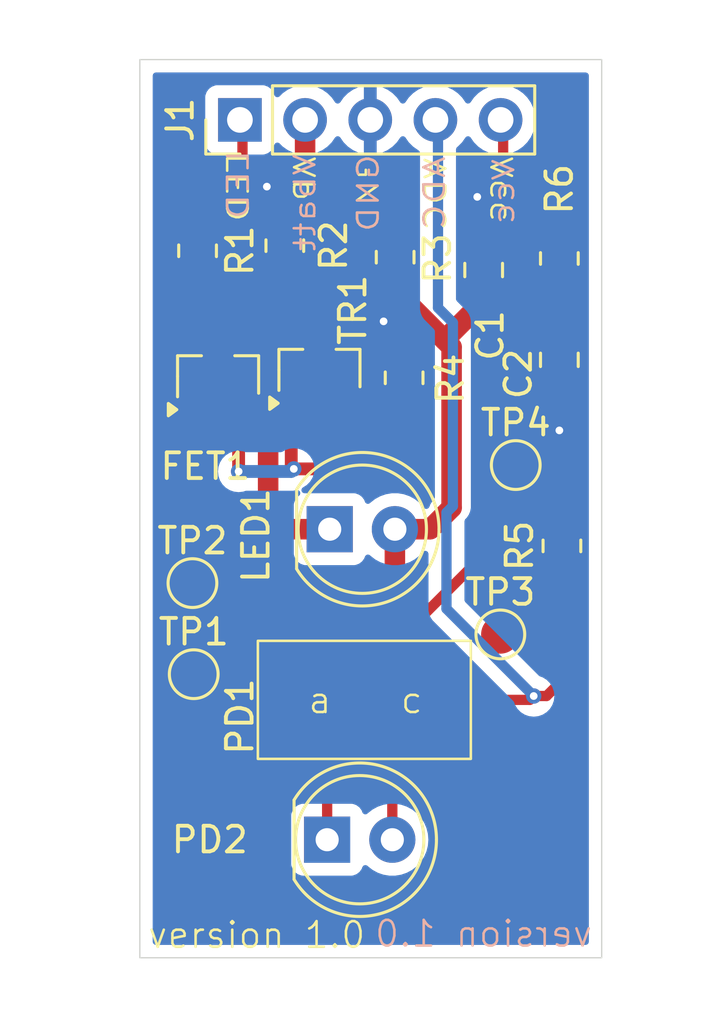
<source format=kicad_pcb>
(kicad_pcb (version 20240108) (generator "pcbnew") (generator_version "8.0")
  (layers (0 "F.Cu" signal) (31 "B.Cu" signal) (34 "B.Paste" user) (35 "F.Paste" user) (36 "B.SilkS" user "B.Silkscreen") (37 "F.SilkS" user "F.Silkscreen") (38 "B.Mask" user) (39 "F.Mask" user) (44 "Edge.Cuts" user))
  (property "version" "1.0")
  (net 0 "")
  (net 1 "GND")
  (net 2 "/ADC")
  (net 3 "Net-(FET1-S)")
  (net 4 "Net-(FET1-G)")
  (net 5 "Net-(PD1-K)")
  (net 6 "Vcc")
  (net 7 "/LED_ON")
  (net 8 "Net-(LED1-A)")
  (net 9 "Net-(FET1-D)")
  (net 10 "Vbatt")
  (footprint "Resistor_SMD:R_0805_2012Metric" (layer "F.Cu") (at 138.15 80.7 90)
    (property "Reference" "R2" (at 0 1.9 90) (layer "F.SilkS"))
    (property "Value" "100K")
    (fp_line (start -0.227064 -0.735) (end 0.227064 -0.735) (stroke (width 0.12)) (layer "F.SilkS"))
    (fp_line (start -0.227064 0.735) (end 0.227064 0.735) (stroke (width 0.12)) (layer "F.SilkS"))
    (pad "1" smd roundrect (at -0.9125 0 90) (size 1.025 1.4) (layers "F.Cu" "F.Paste" "F.Mask") (roundrect_rratio 0.243902) (net 4 "Net-(FET1-G)"))
    (pad "2" smd roundrect (at 0.9125 0 90) (size 1.025 1.4) (layers "F.Cu" "F.Paste" "F.Mask") (roundrect_rratio 0.243902) (net 1 "GND"))
  )
  (footprint "Capacitor_SMD:C_0805_2012Metric" (layer "F.Cu") (at 145.9 81.65 90)
    (property "Reference" "C1" (at -2.55 0.25 90) (layer "F.SilkS"))
    (property "Value" "10uF")
    (fp_line (start -0.261252 -0.735) (end 0.261252 -0.735) (stroke (width 0.12)) (layer "F.SilkS"))
    (fp_line (start -0.261252 0.735) (end 0.261252 0.735) (stroke (width 0.12)) (layer "F.SilkS"))
    (pad "1" smd roundrect (at -0.95 0 90) (size 1 1.45) (layers "F.Cu" "F.Paste" "F.Mask") (net 8 "Net-(LED1-A)"))
    (pad "2" smd roundrect (at 0.95 0 90) (size 1 1.45) (layers "F.Cu" "F.Paste" "F.Mask") (net 1 "GND"))
  )
  (footprint "LED_THT:LED_D5.0mm" (layer "F.Cu") (at 139.9 91.75)
    (property "Reference" "LED1" (at -2.875 0.25 90) (layer "F.SilkS"))
    (property "Value" "TLCR5800" (hide yes))
    (fp_line (start -1.29 -1.545) (end -1.29 1.545) (stroke (width 0.12)) (layer "F.SilkS"))
    (fp_arc (start -1.29 -1.54483) (mid 2.072002 -2.880433) (end 4.26 0.000462) (stroke (width 0.12)) (layer "F.SilkS"))
    (fp_arc (start 4.26 -0.000462) (mid 2.072002 2.880433) (end -1.29 1.54483) (stroke (width 0.12)) (layer "F.SilkS"))
    (fp_circle (center 1.27 0) (end 3.77 0) (stroke (width 0.12)) (fill none) (layer "F.SilkS"))
    (pad "1" thru_hole rect (at 0 0) (size 1.8 1.8) (drill 0.9) (layers "*.Cu" "*.Mask") (net 9 "Net-(FET1-D)"))
    (pad "2" thru_hole circle (at 2.54 0) (size 1.8 1.8) (drill 0.9) (layers "*.Cu" "*.Mask") (net 8 "Net-(LED1-A)"))
  )
  (footprint "Resistor_SMD:R_0805_2012Metric" (layer "F.Cu") (at 134.75 80.9 -90)
    (property "Reference" "R1" (at 0 -1.65 -90) (layer "F.SilkS"))
    (property "Value" "220R")
    (fp_line (start -0.227064 0.735) (end 0.227064 0.735) (stroke (width 0.12)) (layer "F.SilkS"))
    (fp_line (start -0.227064 -0.735) (end 0.227064 -0.735) (stroke (width 0.12)) (layer "F.SilkS"))
    (pad "1" smd roundrect (at -0.9125 0 270) (size 1.025 1.4) (layers "F.Cu" "F.Paste" "F.Mask") (roundrect_rratio 0.243902) (net 7 "/LED_ON"))
    (pad "2" smd roundrect (at 0.9125 0 270) (size 1.025 1.4) (layers "F.Cu" "F.Paste" "F.Mask") (roundrect_rratio 0.243902) (net 4 "Net-(FET1-G)"))
  )
  (footprint "Resistor_SMD:R_0805_2012Metric" (layer "F.Cu") (at 148.85 81.2 90)
    (property "Reference" "R6" (at 2.7 0 90) (layer "F.SilkS"))
    (property "Value" "220R")
    (fp_line (start -0.227064 -0.735) (end 0.227064 -0.735) (stroke (width 0.12)) (layer "F.SilkS"))
    (fp_line (start -0.227064 0.735) (end 0.227064 0.735) (stroke (width 0.12)) (layer "F.SilkS"))
    (pad "1" smd roundrect (at -0.9125 0 90) (size 1.025 1.4) (layers "F.Cu" "F.Paste" "F.Mask") (roundrect_rratio 0.243902) (net 5 "Net-(PD1-K)"))
    (pad "2" smd roundrect (at 0.9125 0 90) (size 1.025 1.4) (layers "F.Cu" "F.Paste" "F.Mask") (roundrect_rratio 0.243902) (net 6 "Vcc"))
  )
  (footprint "Resistor_SMD:R_0805_2012Metric" (layer "F.Cu") (at 148.95 92.4 90)
    (property "Reference" "R5" (at 0 -1.65 90) (layer "F.SilkS"))
    (property "Value" "R")
    (fp_line (start -0.227064 -0.735) (end 0.227064 -0.735) (stroke (width 0.12)) (layer "F.SilkS"))
    (fp_line (start -0.227064 0.735) (end 0.227064 0.735) (stroke (width 0.12)) (layer "F.SilkS"))
    (pad "1" smd roundrect (at -0.9125 0 90) (size 1.025 1.4) (layers "F.Cu" "F.Paste" "F.Mask") (roundrect_rratio 0.243902) (net 2 "/ADC"))
    (pad "2" smd roundrect (at 0.9125 0 90) (size 1.025 1.4) (layers "F.Cu" "F.Paste" "F.Mask") (roundrect_rratio 0.243902) (net 1 "GND"))
  )
  (footprint "Resistor_SMD:R_0805_2012Metric" (layer "F.Cu") (at 142.45 81.15 -90)
    (property "Reference" "R3" (at 0.05 -1.65 -90) (layer "F.SilkS"))
    (property "Value" "10R")
    (fp_line (start -0.227064 0.735) (end 0.227064 0.735) (stroke (width 0.12)) (layer "F.SilkS"))
    (fp_line (start -0.227064 -0.735) (end 0.227064 -0.735) (stroke (width 0.12)) (layer "F.SilkS"))
    (pad "1" smd roundrect (at -0.9125 0 270) (size 1.025 1.4) (layers "F.Cu" "F.Paste" "F.Mask") (roundrect_rratio 0.243902) (net 10 "Vbatt"))
    (pad "2" smd roundrect (at 0.9125 0 270) (size 1.025 1.4) (layers "F.Cu" "F.Paste" "F.Mask") (roundrect_rratio 0.243902) (net 8 "Net-(LED1-A)"))
  )
  (footprint "Capacitor_SMD:C_0805_2012Metric" (layer "F.Cu") (at 148.85 85.15 -90)
    (property "Reference" "C2" (at 0.55 1.6 -90) (layer "F.SilkS"))
    (property "Value" "10uF")
    (fp_line (start -0.261252 0.735) (end 0.261252 0.735) (stroke (width 0.12)) (layer "F.SilkS"))
    (fp_line (start -0.261252 -0.735) (end 0.261252 -0.735) (stroke (width 0.12)) (layer "F.SilkS"))
    (pad "1" smd roundrect (at -0.95 0 270) (size 1 1.45) (layers "F.Cu" "F.Paste" "F.Mask") (net 5 "Net-(PD1-K)"))
    (pad "2" smd roundrect (at 0.95 0 270) (size 1 1.45) (layers "F.Cu" "F.Paste" "F.Mask") (net 1 "GND"))
  )
  (footprint "Resistor_SMD:R_0805_2012Metric" (layer "F.Cu") (at 142.8 85.85 90)
    (property "Reference" "R4" (at -0.0375 1.8 90) (layer "F.SilkS"))
    (property "Value" "R56")
    (fp_line (start -0.227064 -0.735) (end 0.227064 -0.735) (stroke (width 0.12)) (layer "F.SilkS"))
    (fp_line (start -0.227064 0.735) (end 0.227064 0.735) (stroke (width 0.12)) (layer "F.SilkS"))
    (pad "1" smd roundrect (at -0.9125 0 90) (size 1.025 1.4) (layers "F.Cu" "F.Paste" "F.Mask") (roundrect_rratio 0.243902) (net 3 "Net-(FET1-S)"))
    (pad "2" smd roundrect (at 0.9125 0 90) (size 1.025 1.4) (layers "F.Cu" "F.Paste" "F.Mask") (roundrect_rratio 0.243902) (net 1 "GND"))
  )
  (footprint "Connector_PinHeader_2.54mm:PinHeader_1x05_P2.54mm_Vertical" (layer "F.Cu") (at 136.4 75.8 90)
    (property "Reference" "J1" (at 0 -2.33 90) (layer "F.SilkS"))
    (property "Value" "Conn_01x05")
    (fp_line (start -1.33 -1.33) (end 0 -1.33) (stroke (width 0.12)) (layer "F.SilkS"))
    (fp_line (start -1.33 0) (end -1.33 -1.33) (stroke (width 0.12)) (layer "F.SilkS"))
    (fp_line (start 1.33 1.27) (end 1.33 11.49) (stroke (width 0.12)) (layer "F.SilkS"))
    (fp_line (start -1.33 1.27) (end 1.33 1.27) (stroke (width 0.12)) (layer "F.SilkS"))
    (fp_line (start -1.33 1.27) (end -1.33 11.49) (stroke (width 0.12)) (layer "F.SilkS"))
    (fp_line (start -1.33 11.49) (end 1.33 11.49) (stroke (width 0.12)) (layer "F.SilkS"))
    (pad "1" thru_hole rect (at 0 0 90) (size 1.7 1.7) (drill 1) (layers "*.Cu" "*.Mask") (net 7 "/LED_ON"))
    (pad "2" thru_hole oval (at 0 2.54 90) (size 1.7 1.7) (drill 1) (layers "*.Cu" "*.Mask") (net 10 "Vbatt"))
    (pad "3" thru_hole oval (at 0 5.08 90) (size 1.7 1.7) (drill 1) (layers "*.Cu" "*.Mask") (net 1 "GND"))
    (pad "4" thru_hole oval (at 0 7.62 90) (size 1.7 1.7) (drill 1) (layers "*.Cu" "*.Mask") (net 2 "/ADC"))
    (pad "5" thru_hole oval (at 0 10.16 90) (size 1.7 1.7) (drill 1) (layers "*.Cu" "*.Mask") (net 6 "Vcc"))
  )
  (footprint "TestPoint:TestPoint_Pad_D1.5mm" (layer "F.Cu") (at 146.55 95.85)
    (property "Reference" "TP3" (at 0 -1.648 0) (layer "F.SilkS"))
    (property "Value" "TestPoint")
    (fp_circle (center 0 0) (end 0 0.95) (stroke (width 0.12)) (fill none) (layer "F.SilkS"))
    (pad "1" smd circle (at 0 0) (size 1.5 1.5) (layers "F.Cu" "F.Mask") (net 2 "/ADC"))
  )
  (footprint "LED_THT:LED_D5.0mm" (layer "F.Cu") (at 139.8 103.85)
    (property "Reference" "PD2" (at -4.575 0 0) (layer "F.SilkS"))
    (property "Value" "BPW96B" (hide yes))
    (fp_line (start -1.29 -1.545) (end -1.29 1.545) (stroke (width 0.12)) (layer "F.SilkS"))
    (fp_arc (start -1.29 -1.54483) (mid 2.072002 -2.880433) (end 4.26 0.000462) (stroke (width 0.12)) (layer "F.SilkS"))
    (fp_arc (start 4.26 -0.000462) (mid 2.072002 2.880433) (end -1.29 1.54483) (stroke (width 0.12)) (layer "F.SilkS"))
    (fp_circle (center 1.27 0) (end 3.77 0) (stroke (width 0.12)) (fill none) (layer "F.SilkS"))
    (pad "1" thru_hole rect (at 0 0) (size 1.8 1.8) (drill 0.9) (layers "*.Cu" "*.Mask") (net 5 "Net-(PD1-K)"))
    (pad "2" thru_hole circle (at 2.54 0) (size 1.8 1.8) (drill 0.9) (layers "*.Cu" "*.Mask") (net 2 "/ADC"))
  )
  (footprint "Package_TO_SOT_SMD:SOT-23_Handsoldering" (layer "F.Cu") (at 139.5 85.5 90)
    (property "Reference" "TR1" (at 2.3 1.3 -90) (layer "F.SilkS"))
    (property "Value" "BC849")
    (fp_line (start 0.76 -1.58) (end 0.76 -0.65) (stroke (width 0.12)) (layer "F.SilkS"))
    (fp_line (start -0.04 -1.58) (end 0.76 -1.58) (stroke (width 0.12)) (layer "F.SilkS"))
    (fp_line (start -0.04 -1.58) (end -0.84 -1.58) (stroke (width 0.12)) (layer "F.SilkS"))
    (fp_line (start 0.76 1.58) (end 0.76 0.65) (stroke (width 0.12)) (layer "F.SilkS"))
    (fp_line (start 0.76 1.58) (end -0.7 1.58) (stroke (width 0.12)) (layer "F.SilkS"))
    (fp_poly (pts (xy -1.34 -1.61) (xy -1.58 -1.94) (xy -1.1 -1.94) (xy -1.34 -1.61)) (stroke (width 0.12)) (fill solid) (layer "F.SilkS"))
    (pad "1" smd roundrect (at -1.5 -0.95 90) (size 1.9 0.8) (layers "F.Cu" "F.Paste" "F.Mask") (net 3 "Net-(FET1-S)"))
    (pad "2" smd roundrect (at -1.5 0.95 90) (size 1.9 0.8) (layers "F.Cu" "F.Paste" "F.Mask") (net 1 "GND"))
    (pad "3" smd roundrect (at 1.5 0 90) (size 1.9 0.8) (layers "F.Cu" "F.Paste" "F.Mask") (net 4 "Net-(FET1-G)"))
  )
  (footprint "PBFootPrintLibrary:PLCC_2L_Handsoldering" (layer "F.Cu") (at 141.1 98.4)
    (property "Reference" "PD1" (at -4.7 0.65 90) (layer "F.SilkS"))
    (property "Value" "QSB34")
    (fp_rect (start -4 -2.3) (end 4.3 2.3) (stroke (width 0.1)) (fill none) (layer "F.SilkS"))
    (fp_text user "a" (at -2.1 0.6 0) (layer "F.SilkS") (effects (font (thickness 0.1)) (justify left bottom)))
    (fp_text user "c" (at 1.5 0.6 0) (layer "F.SilkS") (effects (font (thickness 0.1)) (justify left bottom)))
    (pad "1" smd rect (at -2.8 0 180) (size 1.6 1.8) (layers "F.Cu" "F.Paste" "F.Mask") (net 5 "Net-(PD1-K)"))
    (pad "2" smd rect (at 3.1 0 180) (size 1.6 1.8) (layers "F.Cu" "F.Paste" "F.Mask") (net 2 "/ADC"))
  )
  (footprint "Package_TO_SOT_SMD:SOT-23_Handsoldering" (layer "F.Cu") (at 135.55 85.75 90)
    (property "Reference" "FET1" (at -3.55 -0.5 180) (layer "F.SilkS"))
    (property "Value" "PMV45EN2")
    (fp_line (start 0.76 -1.58) (end 0.76 -0.65) (stroke (width 0.12)) (layer "F.SilkS"))
    (fp_line (start -0.04 -1.58) (end 0.76 -1.58) (stroke (width 0.12)) (layer "F.SilkS"))
    (fp_line (start -0.04 -1.58) (end -0.84 -1.58) (stroke (width 0.12)) (layer "F.SilkS"))
    (fp_line (start 0.76 1.58) (end 0.76 0.65) (stroke (width 0.12)) (layer "F.SilkS"))
    (fp_line (start 0.76 1.58) (end -0.7 1.58) (stroke (width 0.12)) (layer "F.SilkS"))
    (fp_poly (pts (xy -1.34 -1.61) (xy -1.58 -1.94) (xy -1.1 -1.94) (xy -1.34 -1.61)) (stroke (width 0.12)) (fill solid) (layer "F.SilkS"))
    (pad "1" smd roundrect (at -1.5 -0.95 90) (size 1.9 0.8) (layers "F.Cu" "F.Paste" "F.Mask") (net 4 "Net-(FET1-G)"))
    (pad "2" smd roundrect (at -1.5 0.95 90) (size 1.9 0.8) (layers "F.Cu" "F.Paste" "F.Mask") (net 3 "Net-(FET1-S)"))
    (pad "3" smd roundrect (at 1.5 0 90) (size 1.9 0.8) (layers "F.Cu" "F.Paste" "F.Mask") (net 9 "Net-(FET1-D)"))
  )
  (footprint "TestPoint:TestPoint_Pad_D1.5mm" (layer "F.Cu") (at 134.6 97.4)
    (property "Reference" "TP1" (at 0 -1.648 0) (layer "F.SilkS"))
    (property "Value" "TestPoint")
    (fp_circle (center 0 0) (end 0 0.95) (stroke (width 0.12)) (fill none) (layer "F.SilkS"))
    (pad "1" smd circle (at 0 0) (size 1.5 1.5) (layers "F.Cu" "F.Mask") (net 8 "Net-(LED1-A)"))
  )
  (footprint "TestPoint:TestPoint_Pad_D1.5mm" (layer "F.Cu") (at 147.15 89.25)
    (property "Reference" "TP4" (at 0 -1.648 0) (layer "F.SilkS"))
    (property "Value" "TestPoint")
    (fp_circle (center 0 0) (end 0 0.95) (stroke (width 0.12)) (fill none) (layer "F.SilkS"))
    (pad "1" smd circle (at 0 0) (size 1.5 1.5) (layers "F.Cu" "F.Mask") (net 1 "GND"))
  )
  (footprint "TestPoint:TestPoint_Pad_D1.5mm" (layer "F.Cu") (at 134.55 93.85)
    (property "Reference" "TP2" (at 0 -1.648 0) (layer "F.SilkS"))
    (property "Value" "TestPoint")
    (fp_circle (center 0 0) (end 0 0.95) (stroke (width 0.12)) (fill none) (layer "F.SilkS"))
    (pad "1" smd circle (at 0 0) (size 1.5 1.5) (layers "F.Cu" "F.Mask") (net 9 "Net-(FET1-D)"))
  )
  (gr_rect (start 132.5 73.45) (end 150.5 108.45) (stroke (width 0.05)) (fill none) (layer "Edge.Cuts"))
  (gr_text "version ${version}" (at 150.2 108.1 -0) (layer "B.SilkS") (effects (font (size 1 1) (thickness 0.1)) (justify left bottom mirror)))
  (gr_text "Vbatt" (at 139.4 77.05 90) (layer "B.SilkS") (effects (font (size 0.8 1) (thickness 0.1)) (justify left bottom mirror)))
  (gr_text "LED" (at 136.8 76.9 90) (layer "B.SilkS") (effects (font (size 0.8 1) (thickness 0.1)) (justify left bottom mirror)))
  (gr_text "ADC" (at 144.45 77.15 90) (layer "B.SilkS") (effects (font (size 0.8 1) (thickness 0.1)) (justify left bottom mirror)))
  (gr_text "GND" (at 141.87 77.06 90) (layer "B.SilkS") (effects (font (size 0.8 1) (thickness 0.1)) (justify left bottom mirror)))
  (gr_text "Vcc" (at 147.15 77.25 90) (layer "B.SilkS") (effects (font (size 0.8 1) (thickness 0.1)) (justify left bottom mirror)))
  (gr_text "LED" (at 135.8 77 270) (layer "F.SilkS") (effects (font (size 0.8 1) (thickness 0.1)) (justify left bottom)))
  (gr_text "version ${version}" (at 132.75 108.15 0) (layer "F.SilkS") (effects (font (size 1 1) (thickness 0.1)) (justify left bottom)))
  (gr_text "GND" (at 140.86 77.06 -90) (layer "F.SilkS") (effects (font (size 0.8 1) (thickness 0.1)) (justify left bottom)))
  (gr_text "Vb\n" (at 138.41 77.15 270) (layer "F.SilkS") (effects (font (size 0.8 1) (thickness 0.1)) (justify left bottom)))
  (gr_text "ADC" (at 143.5 77.2 -90) (layer "F.SilkS") (effects (font (size 0.8 1) (thickness 0.1)) (justify left bottom)))
  (gr_text "Vcc" (at 146.1 77.15 270) (layer "F.SilkS") (effects (font (size 0.8 1) (thickness 0.1)) (justify left bottom)))
  (segment (start 148.95 91.4875) (end 148.95 88) (width 0.5) (layer "F.Cu") (net 1))
  (segment (start 148.95 88) (end 148.85 87.9) (width 0.5) (layer "F.Cu") (net 1))
  (segment (start 142 85.45) (end 140.45 87) (width 0.5) (layer "F.Cu") (net 1))
  (segment (start 138.15 79.1) (end 138.15 79.7875) (width 0.5) (layer "F.Cu") (net 1))
  (segment (start 142 83.65) (end 142 85.45) (width 0.5) (layer "F.Cu") (net 1))
  (segment (start 148.95 91.4875) (end 147.15 89.6875) (width 0.5) (layer "F.Cu") (net 1))
  (segment (start 145.9 79.05) (end 145.9 80.7) (width 0.5) (layer "F.Cu") (net 1))
  (segment (start 142 84.1375) (end 142.8 84.9375) (width 0.5) (layer "F.Cu") (net 1))
  (segment (start 145.65 78.8) (end 145.9 79.05) (width 0.5) (layer "F.Cu") (net 1))
  (segment (start 137.45 78.4) (end 138.15 79.1) (width 0.5) (layer "F.Cu") (net 1))
  (segment (start 142 83.65) (end 142 84.1375) (width 0.5) (layer "F.Cu") (net 1))
  (segment (start 148.85 87.9) (end 148.85 86.1) (width 0.5) (layer "F.Cu") (net 1))
  (segment (start 147.15 89.6875) (end 147.15 89.25) (width 0.5) (layer "F.Cu") (net 1))
  (via (at 148.85 87.9) (size 1.3) (drill 0.3) (layers "F.Cu" "B.Cu") (net 1))
  (via (at 142 83.65) (size 0.6) (drill 0.3) (layers "F.Cu" "B.Cu") (net 1))
  (via (at 145.65 78.8) (size 0.6) (drill 0.3) (layers "F.Cu" "B.Cu") (net 1))
  (via (at 137.45 78.4) (size 0.6) (drill 0.3) (layers "F.Cu" "B.Cu") (net 1))
  (segment (start 148.35 98.25) (end 148.95 97.65) (width 0.4) (layer "F.Cu") (net 2))
  (segment (start 144.2 98.49) (end 144.2 98.4) (width 0.4) (layer "F.Cu") (net 2))
  (segment (start 142.34 103.85) (end 142.34 100.35) (width 0.4) (layer "F.Cu") (net 2))
  (segment (start 147.7 98.4) (end 144.2 98.4) (width 0.4) (layer "F.Cu") (net 2))
  (segment (start 148.95 97.65) (end 148.95 93.3125) (width 0.4) (layer "F.Cu") (net 2))
  (segment (start 146.85 95.85) (end 146.55 95.85) (width 0.5) (layer "F.Cu") (net 2))
  (segment (start 148.95 93.75) (end 146.85 95.85) (width 0.5) (layer "F.Cu") (net 2))
  (segment (start 147.85 98.25) (end 148.35 98.25) (width 0.4) (layer "F.Cu") (net 2))
  (segment (start 147.85 98.25) (end 147.7 98.4) (width 0.4) (layer "F.Cu") (net 2))
  (segment (start 148.95 93.3125) (end 148.95 93.75) (width 0.5) (layer "F.Cu") (net 2))
  (segment (start 142.34 100.35) (end 144.2 98.49) (width 0.4) (layer "F.Cu") (net 2))
  (via (at 147.85 98.25) (size 0.6) (drill 0.3) (layers "F.Cu" "B.Cu") (net 2))
  (segment (start 144.45 94.85) (end 144.45 91.1) (width 0.4) (layer "B.Cu") (net 2))
  (segment (start 147.85 98.25) (end 144.45 94.85) (width 0.4) (layer "B.Cu") (net 2))
  (segment (start 144.7 90.85) (end 144.7 83.7) (width 0.4) (layer "B.Cu") (net 2))
  (segment (start 144.45 91.1) (end 144.7 90.85) (width 0.4) (layer "B.Cu") (net 2))
  (segment (start 144.12 83.12) (end 144.12 75.9) (width 0.4) (layer "B.Cu") (net 2))
  (segment (start 144.12 75.9) (end 144.02 75.8) (width 0.4) (layer "B.Cu") (net 2))
  (segment (start 144.7 83.7) (end 144.12 83.12) (width 0.4) (layer "B.Cu") (net 2))
  (segment (start 136.35 87.4) (end 136.5 87.25) (width 0.2) (layer "F.Cu") (net 3))
  (segment (start 140.4625 89.4) (end 142.8 87.0625) (width 0.5) (layer "F.Cu") (net 3))
  (segment (start 136.35 89.5) (end 136.35 87.4) (width 0.5) (layer "F.Cu") (net 3))
  (segment (start 138.5 89.4) (end 140.4625 89.4) (width 0.5) (layer "F.Cu") (net 3))
  (segment (start 138.55 87) (end 138.4 87.15) (width 0.5) (layer "F.Cu") (net 3))
  (segment (start 138.4 87.15) (end 138.4 89.3) (width 0.5) (layer "F.Cu") (net 3))
  (segment (start 138.4 89.3) (end 138.5 89.4) (width 0.5) (layer "F.Cu") (net 3))
  (segment (start 142.8 87.0625) (end 142.8 86.7625) (width 0.5) (layer "F.Cu") (net 3))
  (via (at 136.35 89.5) (size 0.6) (drill 0.3) (layers "F.Cu" "B.Cu") (net 3))
  (via (at 138.5 89.4) (size 0.6) (drill 0.3) (layers "F.Cu" "B.Cu") (net 3))
  (segment (start 136.35 89.5) (end 138.4 89.5) (width 0.5) (layer "B.Cu") (net 3))
  (segment (start 138.4 89.5) (end 138.5 89.4) (width 0.5) (layer "B.Cu") (net 3))
  (segment (start 134.2 82.3625) (end 134.75 81.8125) (width 0.5) (layer "F.Cu") (net 4))
  (segment (start 134.2 86.85) (end 134.2 82.3625) (width 0.5) (layer "F.Cu") (net 4))
  (segment (start 134.6 87.25) (end 134.2 86.85) (width 0.5) (layer "F.Cu") (net 4))
  (segment (start 138.15 81.6125) (end 137.95 81.8125) (width 0.5) (layer "F.Cu") (net 4))
  (segment (start 138.15 82.65) (end 139.5 84) (width 0.5) (layer "F.Cu") (net 4))
  (segment (start 138.15 81.6125) (end 138.15 82.65) (width 0.5) (layer "F.Cu") (net 4))
  (segment (start 137.95 81.8125) (end 134.75 81.8125) (width 0.5) (layer "F.Cu") (net 4))
  (segment (start 148.85 84.2) (end 148.85 82.1125) (width 0.4) (layer "F.Cu") (net 5))
  (segment (start 139.8 100.35) (end 139.825 100.325) (width 0.4) (layer "F.Cu") (net 5))
  (segment (start 142.3 96.35) (end 140.35 96.35) (width 0.4) (layer "F.Cu") (net 5))
  (segment (start 145.7 87.05) (end 145.7 92.95) (width 0.4) (layer "F.Cu") (net 5))
  (segment (start 139.8 103.85) (end 139.8 100.35) (width 0.4) (layer "F.Cu") (net 5))
  (segment (start 145.7 92.95) (end 142.3 96.35) (width 0.4) (layer "F.Cu") (net 5))
  (segment (start 148.55 84.2) (end 145.7 87.05) (width 0.4) (layer "F.Cu") (net 5))
  (segment (start 139.825 99.925) (end 138.3 98.4) (width 0.4) (layer "F.Cu") (net 5))
  (segment (start 140.35 96.35) (end 138.3 98.4) (width 0.4) (layer "F.Cu") (net 5))
  (segment (start 148.85 84.2) (end 148.55 84.2) (width 0.4) (layer "F.Cu") (net 5))
  (segment (start 139.825 100.325) (end 139.825 99.925) (width 0.4) (layer "F.Cu") (net 5))
  (segment (start 146.56 75.8) (end 146.66 75.9) (width 0.4) (layer "F.Cu") (net 6))
  (segment (start 146.66 78.0975) (end 148.85 80.2875) (width 0.4) (layer "F.Cu") (net 6))
  (segment (start 146.66 75.9) (end 146.66 78.0975) (width 0.4) (layer "F.Cu") (net 6))
  (segment (start 136.5 78.2375) (end 134.75 79.9875) (width 0.4) (layer "F.Cu") (net 7))
  (segment (start 136.4 75.8) (end 136.5 75.9) (width 0.4) (layer "F.Cu") (net 7))
  (segment (start 136.5 75.9) (end 136.5 78.2375) (width 0.4) (layer "F.Cu") (net 7))
  (segment (start 144.65 84.65) (end 144.65 90.915) (width 0.8) (layer "F.Cu") (net 8))
  (segment (start 144.65 90.915) (end 143.815 91.75) (width 0.8) (layer "F.Cu") (net 8))
  (segment (start 142.45 82.45) (end 142.45 82.0625) (width 0.8) (layer "F.Cu") (net 8))
  (segment (start 145.9 82.6) (end 145.9 82.85) (width 0.8) (layer "F.Cu") (net 8))
  (segment (start 145.9 82.85) (end 144.375 84.375) (width 0.8) (layer "F.Cu") (net 8))
  (segment (start 140.475 95.55) (end 136.45 95.55) (width 0.8) (layer "F.Cu") (net 8))
  (segment (start 142.44 91.75) (end 142.44 93.585) (width 0.8) (layer "F.Cu") (net 8))
  (segment (start 136.45 95.55) (end 134.6 97.4) (width 0.8) (layer "F.Cu") (net 8))
  (segment (start 142.44 93.585) (end 140.475 95.55) (width 0.8) (layer "F.Cu") (net 8))
  (segment (start 144.375 84.375) (end 144.65 84.65) (width 0.8) (layer "F.Cu") (net 8))
  (segment (start 144.375 84.375) (end 142.45 82.45) (width 0.8) (layer "F.Cu") (net 8))
  (segment (start 143.815 91.75) (end 142.44 91.75) (width 0.8) (layer "F.Cu") (net 8))
  (segment (start 137.5 86.163088) (end 137.5 91) (width 0.8) (layer "F.Cu") (net 9))
  (segment (start 137.4125 91.0875) (end 138.075 91.75) (width 0.8) (layer "F.Cu") (net 9))
  (segment (start 135.55 84.25) (end 135.586912 84.25) (width 0.8) (layer "F.Cu") (net 9))
  (segment (start 135.586912 84.25) (end 137.5 86.163088) (width 0.8) (layer "F.Cu") (net 9))
  (segment (start 138.075 91.75) (end 139.9 91.75) (width 0.8) (layer "F.Cu") (net 9))
  (segment (start 137.4125 91.0875) (end 136.35 92.15) (width 0.8) (layer "F.Cu") (net 9))
  (segment (start 137.5 91) (end 137.4125 91.0875) (width 0.8) (layer "F.Cu") (net 9))
  (segment (start 136.25 92.15) (end 134.55 93.85) (width 0.8) (layer "F.Cu") (net 9))
  (segment (start 136.35 92.15) (end 136.25 92.15) (width 0.8) (layer "F.Cu") (net 9))
  (segment (start 138.94 78.2275) (end 140.95 80.2375) (width 0.8) (layer "F.Cu") (net 10))
  (segment (start 138.94 75.8) (end 138.94 78.2275) (width 0.8) (layer "F.Cu") (net 10))
  (segment (start 140.95 80.2375) (end 142.45 80.2375) (width 0.8) (layer "F.Cu") (net 10))
  (zone (net 1) (net_name "GND") (layer "B.Cu") (connect_pads (clearance 0.5)) (min_thickness 0.25) (fill yes (thermal_gap 0.5) (thermal_bridge_width 0.5))
    (polygon (pts (xy 129.45 71.7) (xy 129.8 72.1) (xy 154.85 72.25) (xy 153.75 111.05) (xy 127.05 110.8) (xy 129.7 71.9) (xy 129.55 71.9) (xy 129.7 72)))
  )
)
</source>
